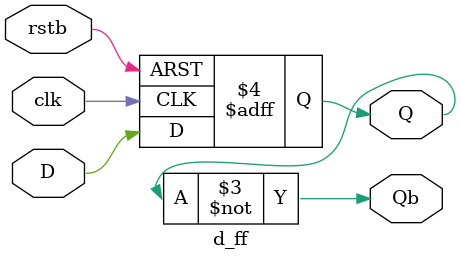
<source format=v>
module q_6_44 (
    input rstn, clk, SI, SE,
    output [3:0] shift_reg_A_out, shift_reg_B_out,
    output x, y, Cin, Sum, Cout
);
    four_bit_shift_reg shift_reg_A (
        .rstn (rstn),
        .clk (clk),
        .SI (Sum),
        .SE (SE),
        .SO (x),
        .shift_reg (shift_reg_A_out)
    );

    four_bit_shift_reg shift_reg_B (
        .rstn (rstn),
        .clk (clk),
        .SI (SI),
        .SE (SE),
        .SO (y),
        .shift_reg (shift_reg_B_out)
    );

    full_adder adder_0 (
        .x (x),
        .y (y),
        .Cin (Cin),
        .S (Sum),
        .Cout (Cout)
    );

    wire D_in;

    two_by_one_mux mux (
        .sel (SE),
        .x_in ({Cout, Cin}),
        .y_out (D_in)
    );

    d_ff dff (
        .rstb (rstn),
        .clk (clk),
        .D (D_in),
        .Q (Cin),
        .Qb ()
    );
endmodule

module two_by_one_mux (
    input sel,
    input [1:0] x_in,
    output y_out
);
    assign y_out = sel ? x_in[1] : x_in[0];
endmodule

module d_ff #(parameter RESET_VALUE = 1'b0)
(
    input rstb, clk, D,
    output reg Q,
    output Qb
);
    always @ (posedge clk, negedge rstb)
    begin
        if (!rstb)
        begin
            Q <= RESET_VALUE;
        end
        else
        begin
            Q <= D;
        end
    end

    assign Qb = ~Q;
endmodule

</source>
